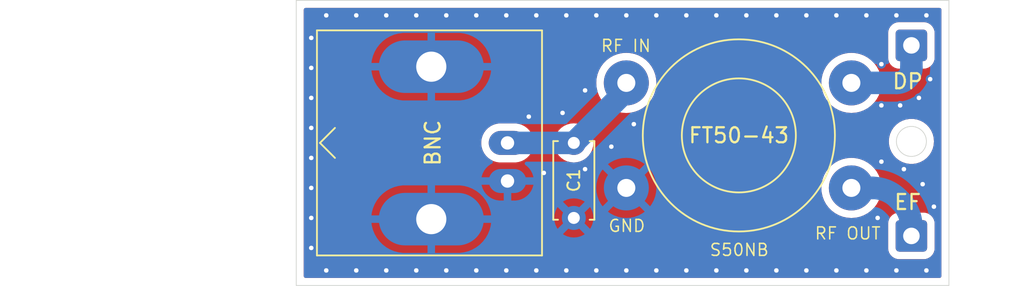
<source format=kicad_pcb>
(kicad_pcb (version 20240108) (generator "pcbnew") (generator_version "8.0")
  (layers (0 "F.Cu" signal) (31 "B.Cu" signal) (34 "B.Paste" user) (35 "F.Paste" user) (36 "B.SilkS" user "B.Silkscreen") (37 "F.SilkS" user "F.Silkscreen") (38 "B.Mask" user) (39 "F.Mask" user) (44 "Edge.Cuts" user))
  (net 0 "")
  (net 1 "Net-(ANT1-Pin_1)")
  (net 2 "GND")
  (net 3 "Net-(BNC1-In)")
  (net 4 "Net-(ANT2-Pin_1)")
  (footprint "Transformer_THT:Transformer_Toroid_Horizontal_D12.5mm_Amidon-T44" (layer "F.Cu") (at 155 95)
    (property "Reference" "FT50-43" (at 7.5 -3.5 0) (layer "F.SilkS"))
    (property "Value" "FT50 - 43")
    (fp_circle (center 7.5 -3.5) (end 11.3 -3.5) (stroke (width 0.12)) (fill none) (layer "F.SilkS"))
    (fp_circle (center 7.5 -3.5) (end 13.9 -3.7) (stroke (width 0.12)) (fill none) (layer "F.SilkS"))
    (pad "1" thru_hole circle (at 0 0) (size 3 3) (drill 1.2) (layers "*.Cu" "*.Mask") (net 2 "GND"))
    (pad "2" thru_hole circle (at 15 0) (size 3 3) (drill 1.2) (layers "*.Cu" "*.Mask") (net 1 "Net-(ANT1-Pin_1)"))
    (pad "3" thru_hole circle (at 0 -7) (size 3 3) (drill 1.2) (layers "*.Cu" "*.Mask") (net 3 "Net-(BNC1-In)"))
    (pad "4" thru_hole circle (at 15 -7) (size 3 3) (drill 1.2) (layers "*.Cu" "*.Mask") (net 4 "Net-(ANT2-Pin_1)"))
  )
  (footprint "Capacitor_THT:C_Disc_D5.0mm_W2.5mm_P5.00mm" (layer "F.Cu") (at 151.5 92 -90)
    (property "Reference" "C1" (at 2.5 0 90) (layer "F.SilkS") (effects (font (size 0.8 0.8) (thickness 0.125))))
    (property "Value" "100 pF")
    (fp_line (start -0.12 1.37) (end 5.12 1.37) (stroke (width 0.12)) (layer "F.SilkS"))
    (fp_line (start -0.12 1.055) (end -0.12 1.37) (stroke (width 0.12)) (layer "F.SilkS"))
    (fp_line (start 5.12 1.055) (end 5.12 1.37) (stroke (width 0.12)) (layer "F.SilkS"))
    (fp_line (start -0.12 -1.37) (end -0.12 -1.055) (stroke (width 0.12)) (layer "F.SilkS"))
    (fp_line (start -0.12 -1.37) (end 5.12 -1.37) (stroke (width 0.12)) (layer "F.SilkS"))
    (fp_line (start 5.12 -1.37) (end 5.12 -1.055) (stroke (width 0.12)) (layer "F.SilkS"))
    (pad "1" thru_hole circle (at 0 0 270) (size 1.6 1.6) (drill 0.8) (layers "*.Cu" "*.Mask") (net 3 "Net-(BNC1-In)"))
    (pad "2" thru_hole circle (at 5 0 270) (size 1.6 1.6) (drill 0.8) (layers "*.Cu" "*.Mask") (net 2 "GND"))
  )
  (footprint "Connector_Wire:SolderWire-0.5sqmm_1x01_D0.9mm_OD2.1mm" (layer "F.Cu") (at 174 98.2)
    (property "Reference" "EF" (at -0.25 -2.25 0) (layer "F.SilkS"))
    (property "Value" "Conn_01x01_Socket")
    (pad "1" thru_hole roundrect (at 0 0) (size 2.1 2.1) (drill 1.1) (layers "*.Cu" "*.Mask") (roundrect_rratio 0.119048) (net 1 "Net-(ANT1-Pin_1)"))
  )
  (footprint "Connector_Wire:SolderWire-0.5sqmm_1x01_D0.9mm_OD2.1mm" (layer "F.Cu") (at 174 85.5)
    (property "Reference" "DP" (at -0.25 2.4 0) (layer "F.SilkS"))
    (property "Value" "Conn_01x01_Socket")
    (pad "1" thru_hole roundrect (at 0 0) (size 2.1 2.1) (drill 1.1) (layers "*.Cu" "*.Mask") (roundrect_rratio 0.119048) (net 4 "Net-(ANT2-Pin_1)"))
  )
  (footprint "Connector_Coaxial:BNC_Amphenol_B6252HB-NPP3G-50_Horizontal" (layer "F.Cu") (at 147.08 92 90)
    (property "Reference" "BNC" (at 0 -4.98 90) (layer "F.SilkS"))
    (property "Value" "~")
    (fp_line (start 7.5 -12.7) (end 7.5 2.3) (stroke (width 0.12)) (layer "F.SilkS"))
    (fp_line (start -7.5 -12.7) (end 7.5 -12.7) (stroke (width 0.12)) (layer "F.SilkS"))
    (fp_line (start 0 -12.5) (end 1 -11.5) (stroke (width 0.12)) (layer "F.SilkS"))
    (fp_line (start 0 -12.5) (end -1 -11.5) (stroke (width 0.12)) (layer "F.SilkS"))
    (fp_line (start 7.5 2.3) (end -7.5 2.3) (stroke (width 0.12)) (layer "F.SilkS"))
    (fp_line (start -7.5 2.3) (end -7.5 -12.7) (stroke (width 0.12)) (layer "F.SilkS"))
    (pad "1" thru_hole oval (at 0 0 90) (size 1.6 2.5) (drill 0.89) (layers "*.Cu" "*.Mask") (net 3 "Net-(BNC1-In)"))
    (pad "2" thru_hole oval (at -5.08 -5.08 90) (size 3.5 7) (drill 2.01) (layers "*.Cu" "*.Mask") (net 2 "GND"))
    (pad "2" thru_hole oval (at -2.54 0 90) (size 1.6 2.5) (drill 0.89) (layers "*.Cu" "*.Mask") (net 2 "GND"))
    (pad "2" thru_hole oval (at 5.08 -5.08 90) (size 3.5 7) (drill 2.01) (layers "*.Cu" "*.Mask") (net 2 "GND"))
  )
  (gr_line (start 176.5 101.5) (end 133 101.5) (stroke (width 0.05)) (layer "Edge.Cuts"))
  (gr_line (start 176.5 82.5) (end 133 82.5) (stroke (width 0.05)) (layer "Edge.Cuts"))
  (gr_circle (center 174 91.9) (end 175 91.9) (stroke (width 0.05)) (fill none) (layer "Edge.Cuts"))
  (gr_line (start 133 82.5) (end 133 101.5) (stroke (width 0.05)) (layer "Edge.Cuts"))
  (gr_line (start 176.5 82.5) (end 176.5 101.5) (stroke (width 0.05)) (layer "Edge.Cuts"))
  (gr_text "GND" (at 153.75 98 0) (layer "F.SilkS") (effects (font (size 0.8 0.8) (thickness 0.1)) (justify left bottom)))
  (gr_text "RF IN" (at 153.25 86 0) (layer "F.SilkS") (effects (font (size 0.8 0.8) (thickness 0.1)) (justify left bottom)))
  (gr_text "S50NB" (at 160.5 99.6 0) (layer "F.SilkS") (effects (font (size 0.8 0.8) (thickness 0.1)) (justify left bottom)))
  (gr_text "RF OUT" (at 167.5 98.5 0) (layer "F.SilkS") (effects (font (size 0.8 0.8) (thickness 0.1)) (justify left bottom)))
  (segment (start 174 97.6) (end 174 98.2) (width 1.5) (layer "B.Cu") (net 1))
  (segment (start 173.107106 95.707106) (end 173.292893 95.892893) (width 1.5) (layer "B.Cu") (net 1))
  (segment (start 171.4 95) (end 170 95) (width 1.5) (layer "B.Cu") (net 1))
  (arc (start 173.292893 95.892893) (mid 173.816228 96.67612) (end 173.999999 97.6) (width 1.5) (layer "B.Cu") (net 1))
  (arc (start 173.107106 95.707106) (mid 172.323879 95.18377) (end 171.4 94.999999) (width 1.5) (layer "B.Cu") (net 1))
  (via (at 175 83.5) (size 0.6) (drill 0.3) (layers "F.Cu" "B.Cu") (net 2))
  (via (at 154 92.25) (size 0.6) (drill 0.3) (layers "F.Cu" "B.Cu") (net 2))
  (via (at 161 83.5) (size 0.6) (drill 0.3) (layers "F.Cu" "B.Cu") (net 2))
  (via (at 171 83.5) (size 0.6) (drill 0.3) (layers "F.Cu" "B.Cu") (net 2))
  (via (at 172 86.75) (size 0.6) (drill 0.3) (layers "F.Cu" "B.Cu") (net 2))
  (via (at 173.5 93.75) (size 0.6) (drill 0.3) (layers "F.Cu" "B.Cu") (net 2))
  (via (at 167 100.5) (size 0.6) (drill 0.3) (layers "F.Cu" "B.Cu") (net 2))
  (via (at 175.5 96.25) (size 0.6) (drill 0.3) (layers "F.Cu" "B.Cu") (net 2))
  (via (at 175.25 87.75) (size 0.6) (drill 0.3) (layers "F.Cu" "B.Cu") (net 2))
  (via (at 151 100.5) (size 0.6) (drill 0.3) (layers "F.Cu" "B.Cu") (net 2))
  (via (at 141 100.5) (size 0.6) (drill 0.3) (layers "F.Cu" "B.Cu") (net 2))
  (via (at 161 100.5) (size 0.6) (drill 0.3) (layers "F.Cu" "B.Cu") (net 2))
  (via (at 134 95) (size 0.6) (drill 0.3) (layers "F.Cu" "B.Cu") (net 2))
  (via (at 137 100.5) (size 0.6) (drill 0.3) (layers "F.Cu" "B.Cu") (net 2))
  (via (at 165 100.5) (size 0.6) (drill 0.3) (layers "F.Cu" "B.Cu") (net 2))
  (via (at 171 100.5) (size 0.6) (drill 0.3) (layers "F.Cu" "B.Cu") (net 2))
  (via (at 145 100.5) (size 0.6) (drill 0.3) (layers "F.Cu" "B.Cu") (net 2))
  (via (at 134 89) (size 0.6) (drill 0.3) (layers "F.Cu" "B.Cu") (net 2))
  (via (at 134 87) (size 0.6) (drill 0.3) (layers "F.Cu" "B.Cu") (net 2))
  (via (at 135 100.5) (size 0.6) (drill 0.3) (layers "F.Cu" "B.Cu") (net 2))
  (via (at 172 93.25) (size 0.6) (drill 0.3) (layers "F.Cu" "B.Cu") (net 2))
  (via (at 148.5 90.25) (size 0.6) (drill 0.3) (layers "F.Cu" "B.Cu") (net 2))
  (via (at 139 100.5) (size 0.6) (drill 0.3) (layers "F.Cu" "B.Cu") (net 2))
  (via (at 157 83.5) (size 0.6) (drill 0.3) (layers "F.Cu" "B.Cu") (net 2))
  (via (at 152.25 93.75) (size 0.6) (drill 0.3) (layers "F.Cu" "B.Cu") (net 2))
  (via (at 174.75 94.75) (size 0.6) (drill 0.3) (layers "F.Cu" "B.Cu") (net 2))
  (via (at 157 100.5) (size 0.6) (drill 0.3) (layers "F.Cu" "B.Cu") (net 2))
  (via (at 137 83.5) (size 0.6) (drill 0.3) (layers "F.Cu" "B.Cu") (net 2))
  (via (at 165 83.5) (size 0.6) (drill 0.3) (layers "F.Cu" "B.Cu") (net 2))
  (via (at 134 85) (size 0.6) (drill 0.3) (layers "F.Cu" "B.Cu") (net 2))
  (via (at 163 83.5) (size 0.6) (drill 0.3) (layers "F.Cu" "B.Cu") (net 2))
  (via (at 173 100.5) (size 0.6) (drill 0.3) (layers "F.Cu" "B.Cu") (net 2))
  (via (at 153 100.5) (size 0.6) (drill 0.3) (layers "F.Cu" "B.Cu") (net 2))
  (via (at 134 91) (size 0.6) (drill 0.3) (layers "F.Cu" "B.Cu") (net 2))
  (via (at 171.75 97) (size 0.6) (drill 0.3) (layers "F.Cu" "B.Cu") (net 2))
  (via (at 159 100.5) (size 0.6) (drill 0.3) (layers "F.Cu" "B.Cu") (net 2))
  (via (at 150.75 90) (size 0.6) (drill 0.3) (layers "F.Cu" "B.Cu") (net 2))
  (via (at 145 83.5) (size 0.6) (drill 0.3) (layers "F.Cu" "B.Cu") (net 2))
  (via (at 155 83.5) (size 0.6) (drill 0.3) (layers "F.Cu" "B.Cu") (net 2))
  (via (at 153 83.5) (size 0.6) (drill 0.3) (layers "F.Cu" "B.Cu") (net 2))
  (via (at 163 100.5) (size 0.6) (drill 0.3) (layers "F.Cu" "B.Cu") (net 2))
  (via (at 149.5 94) (size 0.6) (drill 0.3) (layers "F.Cu" "B.Cu") (net 2))
  (via (at 173.25 89.5) (size 0.6) (drill 0.3) (layers "F.Cu" "B.Cu") (net 2))
  (via (at 155 100.5) (size 0.6) (drill 0.3) (layers "F.Cu" "B.Cu") (net 2))
  (via (at 139 83.5) (size 0.6) (drill 0.3) (layers "F.Cu" "B.Cu") (net 2))
  (via (at 155.5 90.75) (size 0.6) (drill 0.3) (layers "F.Cu" "B.Cu") (net 2))
  (via (at 147 83.5) (size 0.6) (drill 0.3) (layers "F.Cu" "B.Cu") (net 2))
  (via (at 143 100.5) (size 0.6) (drill 0.3) (layers "F.Cu" "B.Cu") (net 2))
  (via (at 141 83.5) (size 0.6) (drill 0.3) (layers "F.Cu" "B.Cu") (net 2))
  (via (at 134 93) (size 0.6) (drill 0.3) (layers "F.Cu" "B.Cu") (net 2))
  (via (at 152.25 88.5) (size 0.6) (drill 0.3) (layers "F.Cu" "B.Cu") (net 2))
  (via (at 169 100.5) (size 0.6) (drill 0.3) (layers "F.Cu" "B.Cu") (net 2))
  (via (at 169 83.5) (size 0.6) (drill 0.3) (layers "F.Cu" "B.Cu") (net 2))
  (via (at 134 99) (size 0.6) (drill 0.3) (layers "F.Cu" "B.Cu") (net 2))
  (via (at 149 83.5) (size 0.6) (drill 0.3) (layers "F.Cu" "B.Cu") (net 2))
  (via (at 134 97) (size 0.6) (drill 0.3) (layers "F.Cu" "B.Cu") (net 2))
  (via (at 135 83.5) (size 0.6) (drill 0.3) (layers "F.Cu" "B.Cu") (net 2))
  (via (at 174.5 89) (size 0.6) (drill 0.3) (layers "F.Cu" "B.Cu") (net 2))
  (via (at 172 89.5) (size 0.6) (drill 0.3) (layers "F.Cu" "B.Cu") (net 2))
  (via (at 143 83.5) (size 0.6) (drill 0.3) (layers "F.Cu" "B.Cu") (net 2))
  (via (at 167 83.5) (size 0.6) (drill 0.3) (layers "F.Cu" "B.Cu") (net 2))
  (via (at 175 100.5) (size 0.6) (drill 0.3) (layers "F.Cu" "B.Cu") (net 2))
  (via (at 151 83.5) (size 0.6) (drill 0.3) (layers "F.Cu" "B.Cu") (net 2))
  (via (at 149 100.5) (size 0.6) (drill 0.3) (layers "F.Cu" "B.Cu") (net 2))
  (via (at 173 83.5) (size 0.6) (drill 0.3) (layers "F.Cu" "B.Cu") (net 2))
  (via (at 147 100.5) (size 0.6) (drill 0.3) (layers "F.Cu" "B.Cu") (net 2))
  (via (at 159 83.5) (size 0.6) (drill 0.3) (layers "F.Cu" "B.Cu") (net 2))
  (segment (start 155 88.5) (end 151.5 92) (width 1.5) (layer "B.Cu") (net 3))
  (segment (start 155 88) (end 155 88.5) (width 1.5) (layer "B.Cu") (net 3))
  (segment (start 147.08 92) (end 151.5 92) (width 1.5) (layer "B.Cu") (net 3))
  (segment (start 174 87) (end 174 85.5) (width 1.5) (layer "B.Cu") (net 4))
  (segment (start 173 88) (end 170 88) (width 1.5) (layer "B.Cu") (net 4))
  (arc (start 173 88) (mid 173.707106 87.707106) (end 174 87) (width 1.5) (layer "B.Cu") (net 4))
  (zone (net 2) (net_name "GND") (layer "F.Cu") (connect_pads yes (clearance 0.5)) (min_thickness 0.25) (fill yes (thermal_gap 0.5) (thermal_bridge_width 0.5))
    (polygon (pts (xy 133 82.5) (xy 176.5 82.5) (xy 176.5 101.5) (xy 133 101.5)))
  )
  (zone (net 2) (net_name "GND") (layer "B.Cu") (priority 1) (connect_pads (clearance 0.5)) (min_thickness 0.25) (fill yes (thermal_gap 0.5) (thermal_bridge_width 0.5))
    (polygon (pts (xy 133 82.5) (xy 176.5 82.5) (xy 176.5 101.5) (xy 133 101.5)))
  )
  (zone (net 3) (net_name "Net-(BNC1-In)") (layer "B.Cu") (priority 17540) (connect_pads yes (clearance 0)) (min_thickness 0.0254) (fill yes (thermal_gap 0.5) (thermal_bridge_width 0.5))
    (polygon (pts (xy 154.25 88.75) (xy 155.75 88.75) (xy 155.75 87.25) (xy 154.25 87.25)))
  )
)
</source>
